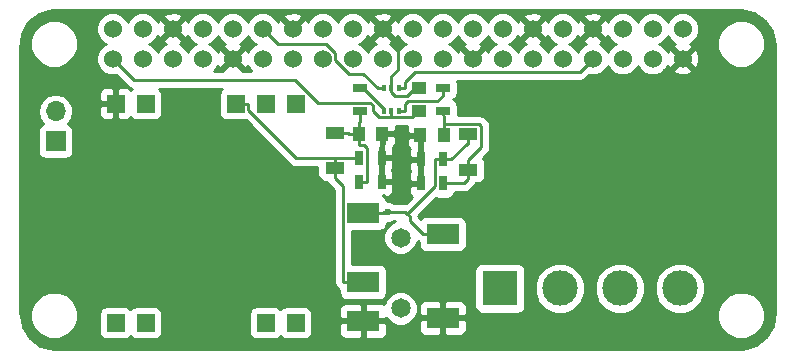
<source format=gtl>
G04 #@! TF.FileFunction,Copper,L1,Top,Signal*
%FSLAX46Y46*%
G04 Gerber Fmt 4.6, Leading zero omitted, Abs format (unit mm)*
G04 Created by KiCad (PCBNEW 4.0.7-e2-6376~58~ubuntu16.04.1) date Sun Dec 31 15:52:29 2017*
%MOMM*%
%LPD*%
G01*
G04 APERTURE LIST*
%ADD10C,0.100000*%
%ADD11C,3.000000*%
%ADD12R,3.000000X3.000000*%
%ADD13R,2.750000X1.800000*%
%ADD14C,1.650000*%
%ADD15C,1.524000*%
%ADD16R,1.250000X1.000000*%
%ADD17R,1.000000X1.250000*%
%ADD18R,1.600000X1.000000*%
%ADD19R,1.700000X1.700000*%
%ADD20O,1.700000X1.700000*%
%ADD21R,1.300000X0.700000*%
%ADD22R,0.700000X1.300000*%
%ADD23R,0.400000X0.500000*%
%ADD24R,1.524000X1.524000*%
%ADD25C,0.600000*%
%ADD26C,0.250000*%
%ADD27C,0.254000*%
G04 APERTURE END LIST*
D10*
D11*
X196875400Y-131191000D03*
X201955400Y-131191000D03*
D12*
X191795400Y-131191000D03*
D11*
X207035400Y-131191000D03*
D13*
X180213000Y-133940000D03*
X180213000Y-130640000D03*
X180213000Y-124790000D03*
X186963000Y-133690000D03*
X186963000Y-126590000D03*
D14*
X183388000Y-132890000D03*
X183388000Y-126890000D03*
D15*
X159004000Y-111760000D03*
X159004000Y-109220000D03*
X161544000Y-111760000D03*
X161544000Y-109220000D03*
X164084000Y-111760000D03*
X164084000Y-109220000D03*
X166624000Y-111760000D03*
X166624000Y-109220000D03*
X169164000Y-111760000D03*
X169164000Y-109220000D03*
X171704000Y-111760000D03*
X171704000Y-109220000D03*
X174244000Y-111760000D03*
X174244000Y-109220000D03*
X176784000Y-111760000D03*
X176784000Y-109220000D03*
X179324000Y-111760000D03*
X179324000Y-109220000D03*
X181864000Y-111760000D03*
X181864000Y-109220000D03*
X184404000Y-111760000D03*
X184404000Y-109220000D03*
X186944000Y-111760000D03*
X186944000Y-109220000D03*
X189484000Y-111760000D03*
X189484000Y-109220000D03*
X192024000Y-111760000D03*
X192024000Y-109220000D03*
X194564000Y-111760000D03*
X194564000Y-109220000D03*
X197104000Y-111760000D03*
X197104000Y-109220000D03*
X199644000Y-111760000D03*
X199644000Y-109220000D03*
X202184000Y-111760000D03*
X202184000Y-109220000D03*
X204724000Y-111760000D03*
X204724000Y-109220000D03*
X207264000Y-111760000D03*
X207264000Y-109220000D03*
D16*
X184912000Y-116189000D03*
X184912000Y-114189000D03*
D17*
X187055000Y-118237000D03*
X185055000Y-118237000D03*
X179848000Y-118110000D03*
X181848000Y-118110000D03*
D18*
X177800000Y-121007000D03*
X177800000Y-118007000D03*
X189103000Y-118134000D03*
X189103000Y-121134000D03*
D19*
X154178000Y-118745000D03*
D20*
X154178000Y-116205000D03*
D21*
X186944000Y-116139000D03*
X186944000Y-114239000D03*
X179959000Y-116139000D03*
X179959000Y-114239000D03*
D22*
X187005000Y-122301000D03*
X185105000Y-122301000D03*
X179898000Y-122174000D03*
X181798000Y-122174000D03*
X187005000Y-120269000D03*
X185105000Y-120269000D03*
X179898000Y-120142000D03*
X181798000Y-120142000D03*
D23*
X183261000Y-114236500D03*
X182613300Y-114236500D03*
X181965600Y-114236500D03*
X181965600Y-116141500D03*
X182613300Y-116141500D03*
X183261000Y-116141500D03*
D24*
X174498000Y-134112000D03*
X171958000Y-134112000D03*
X161798000Y-134112000D03*
X159258000Y-134112000D03*
X174498000Y-115570000D03*
X171958000Y-115570000D03*
X169418000Y-115570000D03*
X161798000Y-115570000D03*
X159258000Y-115570000D03*
D25*
X183515000Y-118338600D03*
X182292200Y-124737700D03*
D26*
X186944000Y-116139000D02*
X186944000Y-116476600D01*
X189103000Y-121134000D02*
X189103000Y-120308700D01*
X190228400Y-119183300D02*
X189103000Y-120308700D01*
X190228400Y-117464200D02*
X190228400Y-119183300D01*
X190043200Y-117279000D02*
X190228400Y-117464200D01*
X187055000Y-117279000D02*
X190043200Y-117279000D01*
X187055000Y-116587600D02*
X187055000Y-117279000D01*
X186944000Y-116476600D02*
X187055000Y-116587600D01*
X187055000Y-117279000D02*
X187055000Y-118237000D01*
X188761300Y-122301000D02*
X189103000Y-121959300D01*
X187005000Y-122301000D02*
X188761300Y-122301000D01*
X189103000Y-121134000D02*
X189103000Y-121959300D01*
X180301400Y-119060300D02*
X179848000Y-119060300D01*
X180573300Y-119332200D02*
X180301400Y-119060300D01*
X180573300Y-122174000D02*
X180573300Y-119332200D01*
X179898000Y-122174000D02*
X180573300Y-122174000D01*
X179848000Y-118110000D02*
X179848000Y-119060300D01*
X179959000Y-117048700D02*
X179848000Y-117159700D01*
X179959000Y-116139000D02*
X179959000Y-117048700D01*
X179848000Y-118110000D02*
X179848000Y-117159700D01*
X178925300Y-118012600D02*
X179022700Y-118110000D01*
X178925300Y-118007000D02*
X178925300Y-118012600D01*
X179848000Y-118110000D02*
X179022700Y-118110000D01*
X177800000Y-118007000D02*
X178925300Y-118007000D01*
X186494700Y-115363600D02*
X186944000Y-114914300D01*
X184038900Y-115363600D02*
X186494700Y-115363600D01*
X183786300Y-115616200D02*
X184038900Y-115363600D01*
X183786300Y-116141500D02*
X183786300Y-115616200D01*
X183261000Y-116141500D02*
X183786300Y-116141500D01*
X186944000Y-114239000D02*
X186944000Y-114914300D01*
X184384200Y-116716800D02*
X184912000Y-116189000D01*
X182613300Y-116716800D02*
X184384200Y-116716800D01*
X182613300Y-116141500D02*
X182613300Y-116604200D01*
X182613300Y-116604200D02*
X182613300Y-116716800D01*
X160783500Y-113539500D02*
X159004000Y-111760000D01*
X174485800Y-113539500D02*
X160783500Y-113539500D01*
X176409900Y-115463600D02*
X174485800Y-113539500D01*
X180807700Y-115463600D02*
X176409900Y-115463600D01*
X181030400Y-115686300D02*
X180807700Y-115463600D01*
X181030400Y-116152600D02*
X181030400Y-115686300D01*
X181594600Y-116716800D02*
X181030400Y-116152600D01*
X182613300Y-116716800D02*
X181594600Y-116716800D01*
X185055000Y-118237000D02*
X183616600Y-118237000D01*
X183616600Y-118237000D02*
X183515000Y-118338600D01*
X182613300Y-114236500D02*
X182613300Y-113195100D01*
X183134000Y-110490000D02*
X181864000Y-109220000D01*
X183134000Y-112674400D02*
X183134000Y-110490000D01*
X182613300Y-113195100D02*
X183134000Y-112674400D01*
X184912000Y-114189000D02*
X184642000Y-114189000D01*
X184642000Y-114189000D02*
X183896000Y-114935000D01*
X183896000Y-114935000D02*
X182956200Y-114935000D01*
X182613300Y-114236500D02*
X182613300Y-114592100D01*
X182613300Y-114592100D02*
X182956200Y-114935000D01*
X181925000Y-108838000D02*
X181885000Y-108798000D01*
X181925000Y-109761000D02*
X181925000Y-108838000D01*
X178512700Y-122545000D02*
X177800000Y-121832300D01*
X178512700Y-130640000D02*
X178512700Y-122545000D01*
X180213000Y-130640000D02*
X178512700Y-130640000D01*
X177800000Y-121007000D02*
X177800000Y-121832300D01*
X177800000Y-121007000D02*
X177800000Y-120181700D01*
X169418000Y-115570000D02*
X170505300Y-115570000D01*
X174573400Y-120181700D02*
X177800000Y-120181700D01*
X170505300Y-116113600D02*
X174573400Y-120181700D01*
X170505300Y-115570000D02*
X170505300Y-116113600D01*
X177839700Y-120142000D02*
X179898000Y-120142000D01*
X177800000Y-120181700D02*
X177839700Y-120142000D01*
X180213000Y-124790000D02*
X181913300Y-124790000D01*
X181965600Y-124737700D02*
X182292200Y-124737700D01*
X181913300Y-124790000D02*
X181965600Y-124737700D01*
X186963000Y-126590000D02*
X185262700Y-126590000D01*
X188990000Y-118959300D02*
X189103000Y-118959300D01*
X187680300Y-120269000D02*
X188990000Y-118959300D01*
X187005000Y-120269000D02*
X187680300Y-120269000D01*
X189103000Y-118134000D02*
X189103000Y-118959300D01*
X187005000Y-120269000D02*
X186329700Y-120269000D01*
X186329700Y-122559500D02*
X186329700Y-120269000D01*
X183966300Y-124922900D02*
X186329700Y-122559500D01*
X184151500Y-125108200D02*
X183966300Y-124922900D01*
X184151500Y-125478800D02*
X184151500Y-125108200D01*
X185262700Y-126590000D02*
X184151500Y-125478800D01*
X183781000Y-124737700D02*
X182292200Y-124737700D01*
X183966300Y-124922900D02*
X183781000Y-124737700D01*
X181966000Y-116142000D02*
X181966000Y-116063500D01*
X181966000Y-116063500D02*
X181966000Y-115985000D01*
X181965600Y-116063900D02*
X181965600Y-116141500D01*
X181966000Y-116063500D02*
X181965600Y-116063900D01*
X180220000Y-114239000D02*
X180089500Y-114239000D01*
X180089500Y-114239000D02*
X179959000Y-114239000D01*
X181966000Y-115985000D02*
X180220000Y-114239000D01*
X172974000Y-110490000D02*
X171704000Y-109220000D01*
X177083100Y-110490000D02*
X172974000Y-110490000D01*
X177871400Y-111278300D02*
X177083100Y-110490000D01*
X177871400Y-111891600D02*
X177871400Y-111278300D01*
X179002700Y-113022900D02*
X177871400Y-111891600D01*
X180226700Y-113022900D02*
X179002700Y-113022900D01*
X181440300Y-114236500D02*
X180226700Y-113022900D01*
X181965600Y-114236500D02*
X181440300Y-114236500D01*
X183786300Y-113711200D02*
X183786300Y-114236500D01*
X184650100Y-112847400D02*
X183786300Y-113711200D01*
X198556600Y-112847400D02*
X184650100Y-112847400D01*
X199644000Y-111760000D02*
X198556600Y-112847400D01*
X183261000Y-114236500D02*
X183786300Y-114236500D01*
D27*
G36*
X213338202Y-107888905D02*
X214248252Y-108515966D01*
X214849062Y-109443558D01*
X215063000Y-110605612D01*
X215063000Y-133201419D01*
X214904597Y-134393070D01*
X214349450Y-135351838D01*
X213469657Y-136025179D01*
X212352578Y-136323000D01*
X154006749Y-136323000D01*
X152873567Y-136055223D01*
X151976552Y-135408385D01*
X151395351Y-134467510D01*
X151299347Y-133875060D01*
X152040652Y-133875060D01*
X152346012Y-134614086D01*
X152910940Y-135180001D01*
X153649432Y-135486650D01*
X154449060Y-135487348D01*
X155188086Y-135181988D01*
X155754001Y-134617060D01*
X156060650Y-133878568D01*
X156061111Y-133350000D01*
X157848560Y-133350000D01*
X157848560Y-134874000D01*
X157892838Y-135109317D01*
X158031910Y-135325441D01*
X158244110Y-135470431D01*
X158496000Y-135521440D01*
X160020000Y-135521440D01*
X160255317Y-135477162D01*
X160471441Y-135338090D01*
X160527374Y-135256230D01*
X160571910Y-135325441D01*
X160784110Y-135470431D01*
X161036000Y-135521440D01*
X162560000Y-135521440D01*
X162795317Y-135477162D01*
X163011441Y-135338090D01*
X163156431Y-135125890D01*
X163207440Y-134874000D01*
X163207440Y-133350000D01*
X170548560Y-133350000D01*
X170548560Y-134874000D01*
X170592838Y-135109317D01*
X170731910Y-135325441D01*
X170944110Y-135470431D01*
X171196000Y-135521440D01*
X172720000Y-135521440D01*
X172955317Y-135477162D01*
X173171441Y-135338090D01*
X173227374Y-135256230D01*
X173271910Y-135325441D01*
X173484110Y-135470431D01*
X173736000Y-135521440D01*
X175260000Y-135521440D01*
X175495317Y-135477162D01*
X175711441Y-135338090D01*
X175856431Y-135125890D01*
X175907440Y-134874000D01*
X175907440Y-134225750D01*
X178203000Y-134225750D01*
X178203000Y-134966309D01*
X178299673Y-135199698D01*
X178478301Y-135378327D01*
X178711690Y-135475000D01*
X179927250Y-135475000D01*
X180086000Y-135316250D01*
X180086000Y-134067000D01*
X180340000Y-134067000D01*
X180340000Y-135316250D01*
X180498750Y-135475000D01*
X181714310Y-135475000D01*
X181947699Y-135378327D01*
X182126327Y-135199698D01*
X182223000Y-134966309D01*
X182223000Y-134225750D01*
X182064250Y-134067000D01*
X180340000Y-134067000D01*
X180086000Y-134067000D01*
X178361750Y-134067000D01*
X178203000Y-134225750D01*
X175907440Y-134225750D01*
X175907440Y-133350000D01*
X175863162Y-133114683D01*
X175733828Y-132913691D01*
X178203000Y-132913691D01*
X178203000Y-133654250D01*
X178361750Y-133813000D01*
X180086000Y-133813000D01*
X180086000Y-132563750D01*
X180340000Y-132563750D01*
X180340000Y-133813000D01*
X182064250Y-133813000D01*
X182155424Y-133721826D01*
X182559897Y-134127006D01*
X183096314Y-134349746D01*
X183677138Y-134350253D01*
X184213943Y-134128449D01*
X184366908Y-133975750D01*
X184953000Y-133975750D01*
X184953000Y-134716309D01*
X185049673Y-134949698D01*
X185228301Y-135128327D01*
X185461690Y-135225000D01*
X186677250Y-135225000D01*
X186836000Y-135066250D01*
X186836000Y-133817000D01*
X187090000Y-133817000D01*
X187090000Y-135066250D01*
X187248750Y-135225000D01*
X188464310Y-135225000D01*
X188697699Y-135128327D01*
X188876327Y-134949698D01*
X188973000Y-134716309D01*
X188973000Y-133975750D01*
X188872310Y-133875060D01*
X210206652Y-133875060D01*
X210512012Y-134614086D01*
X211076940Y-135180001D01*
X211815432Y-135486650D01*
X212615060Y-135487348D01*
X213354086Y-135181988D01*
X213920001Y-134617060D01*
X214226650Y-133878568D01*
X214227348Y-133078940D01*
X213921988Y-132339914D01*
X213357060Y-131773999D01*
X212618568Y-131467350D01*
X211818940Y-131466652D01*
X211079914Y-131772012D01*
X210513999Y-132336940D01*
X210207350Y-133075432D01*
X210206652Y-133875060D01*
X188872310Y-133875060D01*
X188814250Y-133817000D01*
X187090000Y-133817000D01*
X186836000Y-133817000D01*
X185111750Y-133817000D01*
X184953000Y-133975750D01*
X184366908Y-133975750D01*
X184625006Y-133718103D01*
X184847746Y-133181686D01*
X184848198Y-132663691D01*
X184953000Y-132663691D01*
X184953000Y-133404250D01*
X185111750Y-133563000D01*
X186836000Y-133563000D01*
X186836000Y-132313750D01*
X187090000Y-132313750D01*
X187090000Y-133563000D01*
X188814250Y-133563000D01*
X188973000Y-133404250D01*
X188973000Y-132663691D01*
X188876327Y-132430302D01*
X188697699Y-132251673D01*
X188464310Y-132155000D01*
X187248750Y-132155000D01*
X187090000Y-132313750D01*
X186836000Y-132313750D01*
X186677250Y-132155000D01*
X185461690Y-132155000D01*
X185228301Y-132251673D01*
X185049673Y-132430302D01*
X184953000Y-132663691D01*
X184848198Y-132663691D01*
X184848253Y-132600862D01*
X184626449Y-132064057D01*
X184216103Y-131652994D01*
X183679686Y-131430254D01*
X183098862Y-131429747D01*
X182562057Y-131651551D01*
X182150994Y-132061897D01*
X181962314Y-132516288D01*
X181947699Y-132501673D01*
X181714310Y-132405000D01*
X180498750Y-132405000D01*
X180340000Y-132563750D01*
X180086000Y-132563750D01*
X179927250Y-132405000D01*
X178711690Y-132405000D01*
X178478301Y-132501673D01*
X178299673Y-132680302D01*
X178203000Y-132913691D01*
X175733828Y-132913691D01*
X175724090Y-132898559D01*
X175511890Y-132753569D01*
X175260000Y-132702560D01*
X173736000Y-132702560D01*
X173500683Y-132746838D01*
X173284559Y-132885910D01*
X173228626Y-132967770D01*
X173184090Y-132898559D01*
X172971890Y-132753569D01*
X172720000Y-132702560D01*
X171196000Y-132702560D01*
X170960683Y-132746838D01*
X170744559Y-132885910D01*
X170599569Y-133098110D01*
X170548560Y-133350000D01*
X163207440Y-133350000D01*
X163163162Y-133114683D01*
X163024090Y-132898559D01*
X162811890Y-132753569D01*
X162560000Y-132702560D01*
X161036000Y-132702560D01*
X160800683Y-132746838D01*
X160584559Y-132885910D01*
X160528626Y-132967770D01*
X160484090Y-132898559D01*
X160271890Y-132753569D01*
X160020000Y-132702560D01*
X158496000Y-132702560D01*
X158260683Y-132746838D01*
X158044559Y-132885910D01*
X157899569Y-133098110D01*
X157848560Y-133350000D01*
X156061111Y-133350000D01*
X156061348Y-133078940D01*
X155755988Y-132339914D01*
X155191060Y-131773999D01*
X154452568Y-131467350D01*
X153652940Y-131466652D01*
X152913914Y-131772012D01*
X152347999Y-132336940D01*
X152041350Y-133075432D01*
X152040652Y-133875060D01*
X151299347Y-133875060D01*
X151205000Y-133292844D01*
X151205000Y-116205000D01*
X152663907Y-116205000D01*
X152776946Y-116773285D01*
X153098853Y-117255054D01*
X153140452Y-117282850D01*
X153092683Y-117291838D01*
X152876559Y-117430910D01*
X152731569Y-117643110D01*
X152680560Y-117895000D01*
X152680560Y-119595000D01*
X152724838Y-119830317D01*
X152863910Y-120046441D01*
X153076110Y-120191431D01*
X153328000Y-120242440D01*
X155028000Y-120242440D01*
X155263317Y-120198162D01*
X155479441Y-120059090D01*
X155624431Y-119846890D01*
X155675440Y-119595000D01*
X155675440Y-117895000D01*
X155631162Y-117659683D01*
X155492090Y-117443559D01*
X155279890Y-117298569D01*
X155212459Y-117284914D01*
X155257147Y-117255054D01*
X155579054Y-116773285D01*
X155692093Y-116205000D01*
X155622623Y-115855750D01*
X157861000Y-115855750D01*
X157861000Y-116458310D01*
X157957673Y-116691699D01*
X158136302Y-116870327D01*
X158369691Y-116967000D01*
X158972250Y-116967000D01*
X159131000Y-116808250D01*
X159131000Y-115697000D01*
X158019750Y-115697000D01*
X157861000Y-115855750D01*
X155622623Y-115855750D01*
X155579054Y-115636715D01*
X155257147Y-115154946D01*
X154775378Y-114833039D01*
X154207093Y-114720000D01*
X154148907Y-114720000D01*
X153580622Y-114833039D01*
X153098853Y-115154946D01*
X152776946Y-115636715D01*
X152663907Y-116205000D01*
X151205000Y-116205000D01*
X151205000Y-114681690D01*
X157861000Y-114681690D01*
X157861000Y-115284250D01*
X158019750Y-115443000D01*
X159131000Y-115443000D01*
X159131000Y-114331750D01*
X158972250Y-114173000D01*
X158369691Y-114173000D01*
X158136302Y-114269673D01*
X157957673Y-114448301D01*
X157861000Y-114681690D01*
X151205000Y-114681690D01*
X151205000Y-110888060D01*
X152040652Y-110888060D01*
X152346012Y-111627086D01*
X152910940Y-112193001D01*
X153649432Y-112499650D01*
X154449060Y-112500348D01*
X155188086Y-112194988D01*
X155754001Y-111630060D01*
X156060650Y-110891568D01*
X156061348Y-110091940D01*
X155815384Y-109496661D01*
X157606758Y-109496661D01*
X157818990Y-110010303D01*
X158211630Y-110403629D01*
X158419512Y-110489949D01*
X158213697Y-110574990D01*
X157820371Y-110967630D01*
X157607243Y-111480900D01*
X157606758Y-112036661D01*
X157818990Y-112550303D01*
X158211630Y-112943629D01*
X158724900Y-113156757D01*
X159280661Y-113157242D01*
X159313055Y-113143857D01*
X160246099Y-114076901D01*
X160492661Y-114241648D01*
X160684253Y-114279758D01*
X160584559Y-114343910D01*
X160531537Y-114421511D01*
X160379698Y-114269673D01*
X160146309Y-114173000D01*
X159543750Y-114173000D01*
X159385000Y-114331750D01*
X159385000Y-115443000D01*
X159405000Y-115443000D01*
X159405000Y-115697000D01*
X159385000Y-115697000D01*
X159385000Y-116808250D01*
X159543750Y-116967000D01*
X160146309Y-116967000D01*
X160379698Y-116870327D01*
X160530671Y-116719354D01*
X160571910Y-116783441D01*
X160784110Y-116928431D01*
X161036000Y-116979440D01*
X162560000Y-116979440D01*
X162795317Y-116935162D01*
X163011441Y-116796090D01*
X163156431Y-116583890D01*
X163207440Y-116332000D01*
X163207440Y-114808000D01*
X163163162Y-114572683D01*
X163024090Y-114356559D01*
X162940581Y-114299500D01*
X168273574Y-114299500D01*
X168204559Y-114343910D01*
X168059569Y-114556110D01*
X168008560Y-114808000D01*
X168008560Y-116332000D01*
X168052838Y-116567317D01*
X168191910Y-116783441D01*
X168404110Y-116928431D01*
X168656000Y-116979440D01*
X170180000Y-116979440D01*
X170277914Y-116961016D01*
X174035999Y-120719101D01*
X174282560Y-120883848D01*
X174573400Y-120941700D01*
X176352560Y-120941700D01*
X176352560Y-121507000D01*
X176396838Y-121742317D01*
X176535910Y-121958441D01*
X176748110Y-122103431D01*
X177000000Y-122154440D01*
X177118767Y-122154440D01*
X177262599Y-122369701D01*
X177752700Y-122859802D01*
X177752700Y-130640000D01*
X177810552Y-130930839D01*
X177975299Y-131177401D01*
X178190560Y-131321233D01*
X178190560Y-131540000D01*
X178234838Y-131775317D01*
X178373910Y-131991441D01*
X178586110Y-132136431D01*
X178838000Y-132187440D01*
X181588000Y-132187440D01*
X181823317Y-132143162D01*
X182039441Y-132004090D01*
X182184431Y-131791890D01*
X182235440Y-131540000D01*
X182235440Y-129740000D01*
X182226221Y-129691000D01*
X189647960Y-129691000D01*
X189647960Y-132691000D01*
X189692238Y-132926317D01*
X189831310Y-133142441D01*
X190043510Y-133287431D01*
X190295400Y-133338440D01*
X193295400Y-133338440D01*
X193530717Y-133294162D01*
X193746841Y-133155090D01*
X193891831Y-132942890D01*
X193942840Y-132691000D01*
X193942840Y-131613815D01*
X194740030Y-131613815D01*
X195064380Y-132398800D01*
X195664441Y-132999909D01*
X196448859Y-133325628D01*
X197298215Y-133326370D01*
X198083200Y-133002020D01*
X198684309Y-132401959D01*
X199010028Y-131617541D01*
X199010031Y-131613815D01*
X199820030Y-131613815D01*
X200144380Y-132398800D01*
X200744441Y-132999909D01*
X201528859Y-133325628D01*
X202378215Y-133326370D01*
X203163200Y-133002020D01*
X203764309Y-132401959D01*
X204090028Y-131617541D01*
X204090031Y-131613815D01*
X204900030Y-131613815D01*
X205224380Y-132398800D01*
X205824441Y-132999909D01*
X206608859Y-133325628D01*
X207458215Y-133326370D01*
X208243200Y-133002020D01*
X208844309Y-132401959D01*
X209170028Y-131617541D01*
X209170770Y-130768185D01*
X208846420Y-129983200D01*
X208246359Y-129382091D01*
X207461941Y-129056372D01*
X206612585Y-129055630D01*
X205827600Y-129379980D01*
X205226491Y-129980041D01*
X204900772Y-130764459D01*
X204900030Y-131613815D01*
X204090031Y-131613815D01*
X204090770Y-130768185D01*
X203766420Y-129983200D01*
X203166359Y-129382091D01*
X202381941Y-129056372D01*
X201532585Y-129055630D01*
X200747600Y-129379980D01*
X200146491Y-129980041D01*
X199820772Y-130764459D01*
X199820030Y-131613815D01*
X199010031Y-131613815D01*
X199010770Y-130768185D01*
X198686420Y-129983200D01*
X198086359Y-129382091D01*
X197301941Y-129056372D01*
X196452585Y-129055630D01*
X195667600Y-129379980D01*
X195066491Y-129980041D01*
X194740772Y-130764459D01*
X194740030Y-131613815D01*
X193942840Y-131613815D01*
X193942840Y-129691000D01*
X193898562Y-129455683D01*
X193759490Y-129239559D01*
X193547290Y-129094569D01*
X193295400Y-129043560D01*
X190295400Y-129043560D01*
X190060083Y-129087838D01*
X189843959Y-129226910D01*
X189698969Y-129439110D01*
X189647960Y-129691000D01*
X182226221Y-129691000D01*
X182191162Y-129504683D01*
X182052090Y-129288559D01*
X181839890Y-129143569D01*
X181588000Y-129092560D01*
X179272700Y-129092560D01*
X179272700Y-126337440D01*
X181588000Y-126337440D01*
X181823317Y-126293162D01*
X182039441Y-126154090D01*
X182184431Y-125941890D01*
X182235440Y-125690000D01*
X182235440Y-125672651D01*
X182477367Y-125672862D01*
X182821143Y-125530817D01*
X182854318Y-125497700D01*
X182934404Y-125497700D01*
X182562057Y-125651551D01*
X182150994Y-126061897D01*
X181928254Y-126598314D01*
X181927747Y-127179138D01*
X182149551Y-127715943D01*
X182559897Y-128127006D01*
X183096314Y-128349746D01*
X183677138Y-128350253D01*
X184213943Y-128128449D01*
X184625006Y-127718103D01*
X184838797Y-127203238D01*
X184940560Y-127271233D01*
X184940560Y-127490000D01*
X184984838Y-127725317D01*
X185123910Y-127941441D01*
X185336110Y-128086431D01*
X185588000Y-128137440D01*
X188338000Y-128137440D01*
X188573317Y-128093162D01*
X188789441Y-127954090D01*
X188934431Y-127741890D01*
X188985440Y-127490000D01*
X188985440Y-125690000D01*
X188941162Y-125454683D01*
X188802090Y-125238559D01*
X188589890Y-125093569D01*
X188338000Y-125042560D01*
X185588000Y-125042560D01*
X185352683Y-125086838D01*
X185136559Y-125225910D01*
X185070335Y-125322833D01*
X184911500Y-125163998D01*
X184911500Y-125108200D01*
X184902259Y-125061743D01*
X186414304Y-123549698D01*
X186655000Y-123598440D01*
X187355000Y-123598440D01*
X187590317Y-123554162D01*
X187806441Y-123415090D01*
X187951431Y-123202890D01*
X187980164Y-123061000D01*
X188761300Y-123061000D01*
X189052139Y-123003148D01*
X189298701Y-122838401D01*
X189640401Y-122496701D01*
X189784233Y-122281440D01*
X189903000Y-122281440D01*
X190138317Y-122237162D01*
X190354441Y-122098090D01*
X190499431Y-121885890D01*
X190550440Y-121634000D01*
X190550440Y-120634000D01*
X190506162Y-120398683D01*
X190367090Y-120182559D01*
X190329576Y-120156926D01*
X190765801Y-119720701D01*
X190930548Y-119474139D01*
X190988400Y-119183300D01*
X190988400Y-117464200D01*
X190957001Y-117306348D01*
X190930548Y-117173360D01*
X190765801Y-116926799D01*
X190580601Y-116741599D01*
X190334039Y-116576852D01*
X190043200Y-116519000D01*
X188235365Y-116519000D01*
X188241440Y-116489000D01*
X188241440Y-115789000D01*
X188197162Y-115553683D01*
X188058090Y-115337559D01*
X187845890Y-115192569D01*
X187832803Y-115189919D01*
X188045441Y-115053090D01*
X188190431Y-114840890D01*
X188241440Y-114589000D01*
X188241440Y-113889000D01*
X188197162Y-113653683D01*
X188167380Y-113607400D01*
X198556600Y-113607400D01*
X198847439Y-113549548D01*
X199094001Y-113384801D01*
X199334619Y-113144183D01*
X199364900Y-113156757D01*
X199920661Y-113157242D01*
X200434303Y-112945010D01*
X200827629Y-112552370D01*
X200913949Y-112344488D01*
X200998990Y-112550303D01*
X201391630Y-112943629D01*
X201904900Y-113156757D01*
X202460661Y-113157242D01*
X202974303Y-112945010D01*
X203367629Y-112552370D01*
X203453949Y-112344488D01*
X203538990Y-112550303D01*
X203931630Y-112943629D01*
X204444900Y-113156757D01*
X205000661Y-113157242D01*
X205514303Y-112945010D01*
X205719457Y-112740213D01*
X206463392Y-112740213D01*
X206532857Y-112982397D01*
X207056302Y-113169144D01*
X207611368Y-113141362D01*
X207995143Y-112982397D01*
X208064608Y-112740213D01*
X207264000Y-111939605D01*
X206463392Y-112740213D01*
X205719457Y-112740213D01*
X205907629Y-112552370D01*
X205987395Y-112360273D01*
X206041603Y-112491143D01*
X206283787Y-112560608D01*
X207084395Y-111760000D01*
X207443605Y-111760000D01*
X208244213Y-112560608D01*
X208486397Y-112491143D01*
X208673144Y-111967698D01*
X208645362Y-111412632D01*
X208486397Y-111028857D01*
X208244213Y-110959392D01*
X207443605Y-111760000D01*
X207084395Y-111760000D01*
X206283787Y-110959392D01*
X206041603Y-111028857D01*
X205991491Y-111169318D01*
X205909010Y-110969697D01*
X205516370Y-110576371D01*
X205308488Y-110490051D01*
X205514303Y-110405010D01*
X205907629Y-110012370D01*
X205993949Y-109804488D01*
X206078990Y-110010303D01*
X206471630Y-110403629D01*
X206663727Y-110483395D01*
X206532857Y-110537603D01*
X206463392Y-110779787D01*
X207264000Y-111580395D01*
X207956335Y-110888060D01*
X210206652Y-110888060D01*
X210512012Y-111627086D01*
X211076940Y-112193001D01*
X211815432Y-112499650D01*
X212615060Y-112500348D01*
X213354086Y-112194988D01*
X213920001Y-111630060D01*
X214226650Y-110891568D01*
X214227348Y-110091940D01*
X213921988Y-109352914D01*
X213357060Y-108786999D01*
X212618568Y-108480350D01*
X211818940Y-108479652D01*
X211079914Y-108785012D01*
X210513999Y-109349940D01*
X210207350Y-110088432D01*
X210206652Y-110888060D01*
X207956335Y-110888060D01*
X208064608Y-110779787D01*
X207995143Y-110537603D01*
X207854682Y-110487491D01*
X208054303Y-110405010D01*
X208447629Y-110012370D01*
X208660757Y-109499100D01*
X208661242Y-108943339D01*
X208449010Y-108429697D01*
X208056370Y-108036371D01*
X207543100Y-107823243D01*
X206987339Y-107822758D01*
X206473697Y-108034990D01*
X206080371Y-108427630D01*
X205994051Y-108635512D01*
X205909010Y-108429697D01*
X205516370Y-108036371D01*
X205003100Y-107823243D01*
X204447339Y-107822758D01*
X203933697Y-108034990D01*
X203540371Y-108427630D01*
X203454051Y-108635512D01*
X203369010Y-108429697D01*
X202976370Y-108036371D01*
X202463100Y-107823243D01*
X201907339Y-107822758D01*
X201393697Y-108034990D01*
X201000371Y-108427630D01*
X200920605Y-108619727D01*
X200866397Y-108488857D01*
X200624213Y-108419392D01*
X199823605Y-109220000D01*
X200624213Y-110020608D01*
X200866397Y-109951143D01*
X200916509Y-109810682D01*
X200998990Y-110010303D01*
X201391630Y-110403629D01*
X201599512Y-110489949D01*
X201393697Y-110574990D01*
X201000371Y-110967630D01*
X200914051Y-111175512D01*
X200829010Y-110969697D01*
X200436370Y-110576371D01*
X200244273Y-110496605D01*
X200375143Y-110442397D01*
X200444608Y-110200213D01*
X199644000Y-109399605D01*
X198843392Y-110200213D01*
X198912857Y-110442397D01*
X199053318Y-110492509D01*
X198853697Y-110574990D01*
X198460371Y-110967630D01*
X198374051Y-111175512D01*
X198289010Y-110969697D01*
X197896370Y-110576371D01*
X197688488Y-110490051D01*
X197894303Y-110405010D01*
X198287629Y-110012370D01*
X198367395Y-109820273D01*
X198421603Y-109951143D01*
X198663787Y-110020608D01*
X199464395Y-109220000D01*
X198663787Y-108419392D01*
X198421603Y-108488857D01*
X198371491Y-108629318D01*
X198289010Y-108429697D01*
X198099432Y-108239787D01*
X198843392Y-108239787D01*
X199644000Y-109040395D01*
X200444608Y-108239787D01*
X200375143Y-107997603D01*
X199851698Y-107810856D01*
X199296632Y-107838638D01*
X198912857Y-107997603D01*
X198843392Y-108239787D01*
X198099432Y-108239787D01*
X197896370Y-108036371D01*
X197383100Y-107823243D01*
X196827339Y-107822758D01*
X196313697Y-108034990D01*
X195920371Y-108427630D01*
X195840605Y-108619727D01*
X195786397Y-108488857D01*
X195544213Y-108419392D01*
X194743605Y-109220000D01*
X195544213Y-110020608D01*
X195786397Y-109951143D01*
X195836509Y-109810682D01*
X195918990Y-110010303D01*
X196311630Y-110403629D01*
X196519512Y-110489949D01*
X196313697Y-110574990D01*
X195920371Y-110967630D01*
X195834051Y-111175512D01*
X195749010Y-110969697D01*
X195356370Y-110576371D01*
X195164273Y-110496605D01*
X195295143Y-110442397D01*
X195364608Y-110200213D01*
X194564000Y-109399605D01*
X193763392Y-110200213D01*
X193832857Y-110442397D01*
X193973318Y-110492509D01*
X193773697Y-110574990D01*
X193380371Y-110967630D01*
X193294051Y-111175512D01*
X193209010Y-110969697D01*
X192816370Y-110576371D01*
X192608488Y-110490051D01*
X192814303Y-110405010D01*
X193207629Y-110012370D01*
X193287395Y-109820273D01*
X193341603Y-109951143D01*
X193583787Y-110020608D01*
X194384395Y-109220000D01*
X193583787Y-108419392D01*
X193341603Y-108488857D01*
X193291491Y-108629318D01*
X193209010Y-108429697D01*
X193019432Y-108239787D01*
X193763392Y-108239787D01*
X194564000Y-109040395D01*
X195364608Y-108239787D01*
X195295143Y-107997603D01*
X194771698Y-107810856D01*
X194216632Y-107838638D01*
X193832857Y-107997603D01*
X193763392Y-108239787D01*
X193019432Y-108239787D01*
X192816370Y-108036371D01*
X192303100Y-107823243D01*
X191747339Y-107822758D01*
X191233697Y-108034990D01*
X190840371Y-108427630D01*
X190754051Y-108635512D01*
X190669010Y-108429697D01*
X190276370Y-108036371D01*
X189763100Y-107823243D01*
X189207339Y-107822758D01*
X188693697Y-108034990D01*
X188300371Y-108427630D01*
X188214051Y-108635512D01*
X188129010Y-108429697D01*
X187736370Y-108036371D01*
X187223100Y-107823243D01*
X186667339Y-107822758D01*
X186153697Y-108034990D01*
X185760371Y-108427630D01*
X185674051Y-108635512D01*
X185589010Y-108429697D01*
X185196370Y-108036371D01*
X184683100Y-107823243D01*
X184127339Y-107822758D01*
X183613697Y-108034990D01*
X183220371Y-108427630D01*
X183140605Y-108619727D01*
X183086397Y-108488857D01*
X182844213Y-108419392D01*
X182043605Y-109220000D01*
X182844213Y-110020608D01*
X183086397Y-109951143D01*
X183136509Y-109810682D01*
X183218990Y-110010303D01*
X183611630Y-110403629D01*
X183819512Y-110489949D01*
X183613697Y-110574990D01*
X183220371Y-110967630D01*
X183134051Y-111175512D01*
X183049010Y-110969697D01*
X182656370Y-110576371D01*
X182464273Y-110496605D01*
X182595143Y-110442397D01*
X182664608Y-110200213D01*
X181864000Y-109399605D01*
X181063392Y-110200213D01*
X181132857Y-110442397D01*
X181273318Y-110492509D01*
X181073697Y-110574990D01*
X180680371Y-110967630D01*
X180594051Y-111175512D01*
X180509010Y-110969697D01*
X180116370Y-110576371D01*
X179908488Y-110490051D01*
X180114303Y-110405010D01*
X180507629Y-110012370D01*
X180587395Y-109820273D01*
X180641603Y-109951143D01*
X180883787Y-110020608D01*
X181684395Y-109220000D01*
X180883787Y-108419392D01*
X180641603Y-108488857D01*
X180591491Y-108629318D01*
X180509010Y-108429697D01*
X180319432Y-108239787D01*
X181063392Y-108239787D01*
X181864000Y-109040395D01*
X182664608Y-108239787D01*
X182595143Y-107997603D01*
X182071698Y-107810856D01*
X181516632Y-107838638D01*
X181132857Y-107997603D01*
X181063392Y-108239787D01*
X180319432Y-108239787D01*
X180116370Y-108036371D01*
X179603100Y-107823243D01*
X179047339Y-107822758D01*
X178533697Y-108034990D01*
X178140371Y-108427630D01*
X178054051Y-108635512D01*
X177969010Y-108429697D01*
X177576370Y-108036371D01*
X177063100Y-107823243D01*
X176507339Y-107822758D01*
X175993697Y-108034990D01*
X175600371Y-108427630D01*
X175520605Y-108619727D01*
X175466397Y-108488857D01*
X175224213Y-108419392D01*
X174423605Y-109220000D01*
X174437748Y-109234143D01*
X174258143Y-109413748D01*
X174244000Y-109399605D01*
X174229858Y-109413748D01*
X174050253Y-109234143D01*
X174064395Y-109220000D01*
X173263787Y-108419392D01*
X173021603Y-108488857D01*
X172971491Y-108629318D01*
X172889010Y-108429697D01*
X172699432Y-108239787D01*
X173443392Y-108239787D01*
X174244000Y-109040395D01*
X175044608Y-108239787D01*
X174975143Y-107997603D01*
X174451698Y-107810856D01*
X173896632Y-107838638D01*
X173512857Y-107997603D01*
X173443392Y-108239787D01*
X172699432Y-108239787D01*
X172496370Y-108036371D01*
X171983100Y-107823243D01*
X171427339Y-107822758D01*
X170913697Y-108034990D01*
X170520371Y-108427630D01*
X170434051Y-108635512D01*
X170349010Y-108429697D01*
X169956370Y-108036371D01*
X169443100Y-107823243D01*
X168887339Y-107822758D01*
X168373697Y-108034990D01*
X167980371Y-108427630D01*
X167894051Y-108635512D01*
X167809010Y-108429697D01*
X167416370Y-108036371D01*
X166903100Y-107823243D01*
X166347339Y-107822758D01*
X165833697Y-108034990D01*
X165440371Y-108427630D01*
X165360605Y-108619727D01*
X165306397Y-108488857D01*
X165064213Y-108419392D01*
X164263605Y-109220000D01*
X165064213Y-110020608D01*
X165306397Y-109951143D01*
X165356509Y-109810682D01*
X165438990Y-110010303D01*
X165831630Y-110403629D01*
X166039512Y-110489949D01*
X165833697Y-110574990D01*
X165440371Y-110967630D01*
X165354051Y-111175512D01*
X165269010Y-110969697D01*
X164876370Y-110576371D01*
X164684273Y-110496605D01*
X164815143Y-110442397D01*
X164884608Y-110200213D01*
X164084000Y-109399605D01*
X163283392Y-110200213D01*
X163352857Y-110442397D01*
X163493318Y-110492509D01*
X163293697Y-110574990D01*
X162900371Y-110967630D01*
X162814051Y-111175512D01*
X162729010Y-110969697D01*
X162336370Y-110576371D01*
X162128488Y-110490051D01*
X162334303Y-110405010D01*
X162727629Y-110012370D01*
X162807395Y-109820273D01*
X162861603Y-109951143D01*
X163103787Y-110020608D01*
X163904395Y-109220000D01*
X163103787Y-108419392D01*
X162861603Y-108488857D01*
X162811491Y-108629318D01*
X162729010Y-108429697D01*
X162539432Y-108239787D01*
X163283392Y-108239787D01*
X164084000Y-109040395D01*
X164884608Y-108239787D01*
X164815143Y-107997603D01*
X164291698Y-107810856D01*
X163736632Y-107838638D01*
X163352857Y-107997603D01*
X163283392Y-108239787D01*
X162539432Y-108239787D01*
X162336370Y-108036371D01*
X161823100Y-107823243D01*
X161267339Y-107822758D01*
X160753697Y-108034990D01*
X160360371Y-108427630D01*
X160274051Y-108635512D01*
X160189010Y-108429697D01*
X159796370Y-108036371D01*
X159283100Y-107823243D01*
X158727339Y-107822758D01*
X158213697Y-108034990D01*
X157820371Y-108427630D01*
X157607243Y-108940900D01*
X157606758Y-109496661D01*
X155815384Y-109496661D01*
X155755988Y-109352914D01*
X155191060Y-108786999D01*
X154452568Y-108480350D01*
X153652940Y-108479652D01*
X152913914Y-108785012D01*
X152347999Y-109349940D01*
X152041350Y-110088432D01*
X152040652Y-110888060D01*
X151205000Y-110888060D01*
X151205000Y-110834192D01*
X151339063Y-109629676D01*
X151874728Y-108657351D01*
X152741713Y-107964029D01*
X153846925Y-107644000D01*
X212192747Y-107644000D01*
X213338202Y-107888905D01*
X213338202Y-107888905D01*
G37*
X213338202Y-107888905D02*
X214248252Y-108515966D01*
X214849062Y-109443558D01*
X215063000Y-110605612D01*
X215063000Y-133201419D01*
X214904597Y-134393070D01*
X214349450Y-135351838D01*
X213469657Y-136025179D01*
X212352578Y-136323000D01*
X154006749Y-136323000D01*
X152873567Y-136055223D01*
X151976552Y-135408385D01*
X151395351Y-134467510D01*
X151299347Y-133875060D01*
X152040652Y-133875060D01*
X152346012Y-134614086D01*
X152910940Y-135180001D01*
X153649432Y-135486650D01*
X154449060Y-135487348D01*
X155188086Y-135181988D01*
X155754001Y-134617060D01*
X156060650Y-133878568D01*
X156061111Y-133350000D01*
X157848560Y-133350000D01*
X157848560Y-134874000D01*
X157892838Y-135109317D01*
X158031910Y-135325441D01*
X158244110Y-135470431D01*
X158496000Y-135521440D01*
X160020000Y-135521440D01*
X160255317Y-135477162D01*
X160471441Y-135338090D01*
X160527374Y-135256230D01*
X160571910Y-135325441D01*
X160784110Y-135470431D01*
X161036000Y-135521440D01*
X162560000Y-135521440D01*
X162795317Y-135477162D01*
X163011441Y-135338090D01*
X163156431Y-135125890D01*
X163207440Y-134874000D01*
X163207440Y-133350000D01*
X170548560Y-133350000D01*
X170548560Y-134874000D01*
X170592838Y-135109317D01*
X170731910Y-135325441D01*
X170944110Y-135470431D01*
X171196000Y-135521440D01*
X172720000Y-135521440D01*
X172955317Y-135477162D01*
X173171441Y-135338090D01*
X173227374Y-135256230D01*
X173271910Y-135325441D01*
X173484110Y-135470431D01*
X173736000Y-135521440D01*
X175260000Y-135521440D01*
X175495317Y-135477162D01*
X175711441Y-135338090D01*
X175856431Y-135125890D01*
X175907440Y-134874000D01*
X175907440Y-134225750D01*
X178203000Y-134225750D01*
X178203000Y-134966309D01*
X178299673Y-135199698D01*
X178478301Y-135378327D01*
X178711690Y-135475000D01*
X179927250Y-135475000D01*
X180086000Y-135316250D01*
X180086000Y-134067000D01*
X180340000Y-134067000D01*
X180340000Y-135316250D01*
X180498750Y-135475000D01*
X181714310Y-135475000D01*
X181947699Y-135378327D01*
X182126327Y-135199698D01*
X182223000Y-134966309D01*
X182223000Y-134225750D01*
X182064250Y-134067000D01*
X180340000Y-134067000D01*
X180086000Y-134067000D01*
X178361750Y-134067000D01*
X178203000Y-134225750D01*
X175907440Y-134225750D01*
X175907440Y-133350000D01*
X175863162Y-133114683D01*
X175733828Y-132913691D01*
X178203000Y-132913691D01*
X178203000Y-133654250D01*
X178361750Y-133813000D01*
X180086000Y-133813000D01*
X180086000Y-132563750D01*
X180340000Y-132563750D01*
X180340000Y-133813000D01*
X182064250Y-133813000D01*
X182155424Y-133721826D01*
X182559897Y-134127006D01*
X183096314Y-134349746D01*
X183677138Y-134350253D01*
X184213943Y-134128449D01*
X184366908Y-133975750D01*
X184953000Y-133975750D01*
X184953000Y-134716309D01*
X185049673Y-134949698D01*
X185228301Y-135128327D01*
X185461690Y-135225000D01*
X186677250Y-135225000D01*
X186836000Y-135066250D01*
X186836000Y-133817000D01*
X187090000Y-133817000D01*
X187090000Y-135066250D01*
X187248750Y-135225000D01*
X188464310Y-135225000D01*
X188697699Y-135128327D01*
X188876327Y-134949698D01*
X188973000Y-134716309D01*
X188973000Y-133975750D01*
X188872310Y-133875060D01*
X210206652Y-133875060D01*
X210512012Y-134614086D01*
X211076940Y-135180001D01*
X211815432Y-135486650D01*
X212615060Y-135487348D01*
X213354086Y-135181988D01*
X213920001Y-134617060D01*
X214226650Y-133878568D01*
X214227348Y-133078940D01*
X213921988Y-132339914D01*
X213357060Y-131773999D01*
X212618568Y-131467350D01*
X211818940Y-131466652D01*
X211079914Y-131772012D01*
X210513999Y-132336940D01*
X210207350Y-133075432D01*
X210206652Y-133875060D01*
X188872310Y-133875060D01*
X188814250Y-133817000D01*
X187090000Y-133817000D01*
X186836000Y-133817000D01*
X185111750Y-133817000D01*
X184953000Y-133975750D01*
X184366908Y-133975750D01*
X184625006Y-133718103D01*
X184847746Y-133181686D01*
X184848198Y-132663691D01*
X184953000Y-132663691D01*
X184953000Y-133404250D01*
X185111750Y-133563000D01*
X186836000Y-133563000D01*
X186836000Y-132313750D01*
X187090000Y-132313750D01*
X187090000Y-133563000D01*
X188814250Y-133563000D01*
X188973000Y-133404250D01*
X188973000Y-132663691D01*
X188876327Y-132430302D01*
X188697699Y-132251673D01*
X188464310Y-132155000D01*
X187248750Y-132155000D01*
X187090000Y-132313750D01*
X186836000Y-132313750D01*
X186677250Y-132155000D01*
X185461690Y-132155000D01*
X185228301Y-132251673D01*
X185049673Y-132430302D01*
X184953000Y-132663691D01*
X184848198Y-132663691D01*
X184848253Y-132600862D01*
X184626449Y-132064057D01*
X184216103Y-131652994D01*
X183679686Y-131430254D01*
X183098862Y-131429747D01*
X182562057Y-131651551D01*
X182150994Y-132061897D01*
X181962314Y-132516288D01*
X181947699Y-132501673D01*
X181714310Y-132405000D01*
X180498750Y-132405000D01*
X180340000Y-132563750D01*
X180086000Y-132563750D01*
X179927250Y-132405000D01*
X178711690Y-132405000D01*
X178478301Y-132501673D01*
X178299673Y-132680302D01*
X178203000Y-132913691D01*
X175733828Y-132913691D01*
X175724090Y-132898559D01*
X175511890Y-132753569D01*
X175260000Y-132702560D01*
X173736000Y-132702560D01*
X173500683Y-132746838D01*
X173284559Y-132885910D01*
X173228626Y-132967770D01*
X173184090Y-132898559D01*
X172971890Y-132753569D01*
X172720000Y-132702560D01*
X171196000Y-132702560D01*
X170960683Y-132746838D01*
X170744559Y-132885910D01*
X170599569Y-133098110D01*
X170548560Y-133350000D01*
X163207440Y-133350000D01*
X163163162Y-133114683D01*
X163024090Y-132898559D01*
X162811890Y-132753569D01*
X162560000Y-132702560D01*
X161036000Y-132702560D01*
X160800683Y-132746838D01*
X160584559Y-132885910D01*
X160528626Y-132967770D01*
X160484090Y-132898559D01*
X160271890Y-132753569D01*
X160020000Y-132702560D01*
X158496000Y-132702560D01*
X158260683Y-132746838D01*
X158044559Y-132885910D01*
X157899569Y-133098110D01*
X157848560Y-133350000D01*
X156061111Y-133350000D01*
X156061348Y-133078940D01*
X155755988Y-132339914D01*
X155191060Y-131773999D01*
X154452568Y-131467350D01*
X153652940Y-131466652D01*
X152913914Y-131772012D01*
X152347999Y-132336940D01*
X152041350Y-133075432D01*
X152040652Y-133875060D01*
X151299347Y-133875060D01*
X151205000Y-133292844D01*
X151205000Y-116205000D01*
X152663907Y-116205000D01*
X152776946Y-116773285D01*
X153098853Y-117255054D01*
X153140452Y-117282850D01*
X153092683Y-117291838D01*
X152876559Y-117430910D01*
X152731569Y-117643110D01*
X152680560Y-117895000D01*
X152680560Y-119595000D01*
X152724838Y-119830317D01*
X152863910Y-120046441D01*
X153076110Y-120191431D01*
X153328000Y-120242440D01*
X155028000Y-120242440D01*
X155263317Y-120198162D01*
X155479441Y-120059090D01*
X155624431Y-119846890D01*
X155675440Y-119595000D01*
X155675440Y-117895000D01*
X155631162Y-117659683D01*
X155492090Y-117443559D01*
X155279890Y-117298569D01*
X155212459Y-117284914D01*
X155257147Y-117255054D01*
X155579054Y-116773285D01*
X155692093Y-116205000D01*
X155622623Y-115855750D01*
X157861000Y-115855750D01*
X157861000Y-116458310D01*
X157957673Y-116691699D01*
X158136302Y-116870327D01*
X158369691Y-116967000D01*
X158972250Y-116967000D01*
X159131000Y-116808250D01*
X159131000Y-115697000D01*
X158019750Y-115697000D01*
X157861000Y-115855750D01*
X155622623Y-115855750D01*
X155579054Y-115636715D01*
X155257147Y-115154946D01*
X154775378Y-114833039D01*
X154207093Y-114720000D01*
X154148907Y-114720000D01*
X153580622Y-114833039D01*
X153098853Y-115154946D01*
X152776946Y-115636715D01*
X152663907Y-116205000D01*
X151205000Y-116205000D01*
X151205000Y-114681690D01*
X157861000Y-114681690D01*
X157861000Y-115284250D01*
X158019750Y-115443000D01*
X159131000Y-115443000D01*
X159131000Y-114331750D01*
X158972250Y-114173000D01*
X158369691Y-114173000D01*
X158136302Y-114269673D01*
X157957673Y-114448301D01*
X157861000Y-114681690D01*
X151205000Y-114681690D01*
X151205000Y-110888060D01*
X152040652Y-110888060D01*
X152346012Y-111627086D01*
X152910940Y-112193001D01*
X153649432Y-112499650D01*
X154449060Y-112500348D01*
X155188086Y-112194988D01*
X155754001Y-111630060D01*
X156060650Y-110891568D01*
X156061348Y-110091940D01*
X155815384Y-109496661D01*
X157606758Y-109496661D01*
X157818990Y-110010303D01*
X158211630Y-110403629D01*
X158419512Y-110489949D01*
X158213697Y-110574990D01*
X157820371Y-110967630D01*
X157607243Y-111480900D01*
X157606758Y-112036661D01*
X157818990Y-112550303D01*
X158211630Y-112943629D01*
X158724900Y-113156757D01*
X159280661Y-113157242D01*
X159313055Y-113143857D01*
X160246099Y-114076901D01*
X160492661Y-114241648D01*
X160684253Y-114279758D01*
X160584559Y-114343910D01*
X160531537Y-114421511D01*
X160379698Y-114269673D01*
X160146309Y-114173000D01*
X159543750Y-114173000D01*
X159385000Y-114331750D01*
X159385000Y-115443000D01*
X159405000Y-115443000D01*
X159405000Y-115697000D01*
X159385000Y-115697000D01*
X159385000Y-116808250D01*
X159543750Y-116967000D01*
X160146309Y-116967000D01*
X160379698Y-116870327D01*
X160530671Y-116719354D01*
X160571910Y-116783441D01*
X160784110Y-116928431D01*
X161036000Y-116979440D01*
X162560000Y-116979440D01*
X162795317Y-116935162D01*
X163011441Y-116796090D01*
X163156431Y-116583890D01*
X163207440Y-116332000D01*
X163207440Y-114808000D01*
X163163162Y-114572683D01*
X163024090Y-114356559D01*
X162940581Y-114299500D01*
X168273574Y-114299500D01*
X168204559Y-114343910D01*
X168059569Y-114556110D01*
X168008560Y-114808000D01*
X168008560Y-116332000D01*
X168052838Y-116567317D01*
X168191910Y-116783441D01*
X168404110Y-116928431D01*
X168656000Y-116979440D01*
X170180000Y-116979440D01*
X170277914Y-116961016D01*
X174035999Y-120719101D01*
X174282560Y-120883848D01*
X174573400Y-120941700D01*
X176352560Y-120941700D01*
X176352560Y-121507000D01*
X176396838Y-121742317D01*
X176535910Y-121958441D01*
X176748110Y-122103431D01*
X177000000Y-122154440D01*
X177118767Y-122154440D01*
X177262599Y-122369701D01*
X177752700Y-122859802D01*
X177752700Y-130640000D01*
X177810552Y-130930839D01*
X177975299Y-131177401D01*
X178190560Y-131321233D01*
X178190560Y-131540000D01*
X178234838Y-131775317D01*
X178373910Y-131991441D01*
X178586110Y-132136431D01*
X178838000Y-132187440D01*
X181588000Y-132187440D01*
X181823317Y-132143162D01*
X182039441Y-132004090D01*
X182184431Y-131791890D01*
X182235440Y-131540000D01*
X182235440Y-129740000D01*
X182226221Y-129691000D01*
X189647960Y-129691000D01*
X189647960Y-132691000D01*
X189692238Y-132926317D01*
X189831310Y-133142441D01*
X190043510Y-133287431D01*
X190295400Y-133338440D01*
X193295400Y-133338440D01*
X193530717Y-133294162D01*
X193746841Y-133155090D01*
X193891831Y-132942890D01*
X193942840Y-132691000D01*
X193942840Y-131613815D01*
X194740030Y-131613815D01*
X195064380Y-132398800D01*
X195664441Y-132999909D01*
X196448859Y-133325628D01*
X197298215Y-133326370D01*
X198083200Y-133002020D01*
X198684309Y-132401959D01*
X199010028Y-131617541D01*
X199010031Y-131613815D01*
X199820030Y-131613815D01*
X200144380Y-132398800D01*
X200744441Y-132999909D01*
X201528859Y-133325628D01*
X202378215Y-133326370D01*
X203163200Y-133002020D01*
X203764309Y-132401959D01*
X204090028Y-131617541D01*
X204090031Y-131613815D01*
X204900030Y-131613815D01*
X205224380Y-132398800D01*
X205824441Y-132999909D01*
X206608859Y-133325628D01*
X207458215Y-133326370D01*
X208243200Y-133002020D01*
X208844309Y-132401959D01*
X209170028Y-131617541D01*
X209170770Y-130768185D01*
X208846420Y-129983200D01*
X208246359Y-129382091D01*
X207461941Y-129056372D01*
X206612585Y-129055630D01*
X205827600Y-129379980D01*
X205226491Y-129980041D01*
X204900772Y-130764459D01*
X204900030Y-131613815D01*
X204090031Y-131613815D01*
X204090770Y-130768185D01*
X203766420Y-129983200D01*
X203166359Y-129382091D01*
X202381941Y-129056372D01*
X201532585Y-129055630D01*
X200747600Y-129379980D01*
X200146491Y-129980041D01*
X199820772Y-130764459D01*
X199820030Y-131613815D01*
X199010031Y-131613815D01*
X199010770Y-130768185D01*
X198686420Y-129983200D01*
X198086359Y-129382091D01*
X197301941Y-129056372D01*
X196452585Y-129055630D01*
X195667600Y-129379980D01*
X195066491Y-129980041D01*
X194740772Y-130764459D01*
X194740030Y-131613815D01*
X193942840Y-131613815D01*
X193942840Y-129691000D01*
X193898562Y-129455683D01*
X193759490Y-129239559D01*
X193547290Y-129094569D01*
X193295400Y-129043560D01*
X190295400Y-129043560D01*
X190060083Y-129087838D01*
X189843959Y-129226910D01*
X189698969Y-129439110D01*
X189647960Y-129691000D01*
X182226221Y-129691000D01*
X182191162Y-129504683D01*
X182052090Y-129288559D01*
X181839890Y-129143569D01*
X181588000Y-129092560D01*
X179272700Y-129092560D01*
X179272700Y-126337440D01*
X181588000Y-126337440D01*
X181823317Y-126293162D01*
X182039441Y-126154090D01*
X182184431Y-125941890D01*
X182235440Y-125690000D01*
X182235440Y-125672651D01*
X182477367Y-125672862D01*
X182821143Y-125530817D01*
X182854318Y-125497700D01*
X182934404Y-125497700D01*
X182562057Y-125651551D01*
X182150994Y-126061897D01*
X181928254Y-126598314D01*
X181927747Y-127179138D01*
X182149551Y-127715943D01*
X182559897Y-128127006D01*
X183096314Y-128349746D01*
X183677138Y-128350253D01*
X184213943Y-128128449D01*
X184625006Y-127718103D01*
X184838797Y-127203238D01*
X184940560Y-127271233D01*
X184940560Y-127490000D01*
X184984838Y-127725317D01*
X185123910Y-127941441D01*
X185336110Y-128086431D01*
X185588000Y-128137440D01*
X188338000Y-128137440D01*
X188573317Y-128093162D01*
X188789441Y-127954090D01*
X188934431Y-127741890D01*
X188985440Y-127490000D01*
X188985440Y-125690000D01*
X188941162Y-125454683D01*
X188802090Y-125238559D01*
X188589890Y-125093569D01*
X188338000Y-125042560D01*
X185588000Y-125042560D01*
X185352683Y-125086838D01*
X185136559Y-125225910D01*
X185070335Y-125322833D01*
X184911500Y-125163998D01*
X184911500Y-125108200D01*
X184902259Y-125061743D01*
X186414304Y-123549698D01*
X186655000Y-123598440D01*
X187355000Y-123598440D01*
X187590317Y-123554162D01*
X187806441Y-123415090D01*
X187951431Y-123202890D01*
X187980164Y-123061000D01*
X188761300Y-123061000D01*
X189052139Y-123003148D01*
X189298701Y-122838401D01*
X189640401Y-122496701D01*
X189784233Y-122281440D01*
X189903000Y-122281440D01*
X190138317Y-122237162D01*
X190354441Y-122098090D01*
X190499431Y-121885890D01*
X190550440Y-121634000D01*
X190550440Y-120634000D01*
X190506162Y-120398683D01*
X190367090Y-120182559D01*
X190329576Y-120156926D01*
X190765801Y-119720701D01*
X190930548Y-119474139D01*
X190988400Y-119183300D01*
X190988400Y-117464200D01*
X190957001Y-117306348D01*
X190930548Y-117173360D01*
X190765801Y-116926799D01*
X190580601Y-116741599D01*
X190334039Y-116576852D01*
X190043200Y-116519000D01*
X188235365Y-116519000D01*
X188241440Y-116489000D01*
X188241440Y-115789000D01*
X188197162Y-115553683D01*
X188058090Y-115337559D01*
X187845890Y-115192569D01*
X187832803Y-115189919D01*
X188045441Y-115053090D01*
X188190431Y-114840890D01*
X188241440Y-114589000D01*
X188241440Y-113889000D01*
X188197162Y-113653683D01*
X188167380Y-113607400D01*
X198556600Y-113607400D01*
X198847439Y-113549548D01*
X199094001Y-113384801D01*
X199334619Y-113144183D01*
X199364900Y-113156757D01*
X199920661Y-113157242D01*
X200434303Y-112945010D01*
X200827629Y-112552370D01*
X200913949Y-112344488D01*
X200998990Y-112550303D01*
X201391630Y-112943629D01*
X201904900Y-113156757D01*
X202460661Y-113157242D01*
X202974303Y-112945010D01*
X203367629Y-112552370D01*
X203453949Y-112344488D01*
X203538990Y-112550303D01*
X203931630Y-112943629D01*
X204444900Y-113156757D01*
X205000661Y-113157242D01*
X205514303Y-112945010D01*
X205719457Y-112740213D01*
X206463392Y-112740213D01*
X206532857Y-112982397D01*
X207056302Y-113169144D01*
X207611368Y-113141362D01*
X207995143Y-112982397D01*
X208064608Y-112740213D01*
X207264000Y-111939605D01*
X206463392Y-112740213D01*
X205719457Y-112740213D01*
X205907629Y-112552370D01*
X205987395Y-112360273D01*
X206041603Y-112491143D01*
X206283787Y-112560608D01*
X207084395Y-111760000D01*
X207443605Y-111760000D01*
X208244213Y-112560608D01*
X208486397Y-112491143D01*
X208673144Y-111967698D01*
X208645362Y-111412632D01*
X208486397Y-111028857D01*
X208244213Y-110959392D01*
X207443605Y-111760000D01*
X207084395Y-111760000D01*
X206283787Y-110959392D01*
X206041603Y-111028857D01*
X205991491Y-111169318D01*
X205909010Y-110969697D01*
X205516370Y-110576371D01*
X205308488Y-110490051D01*
X205514303Y-110405010D01*
X205907629Y-110012370D01*
X205993949Y-109804488D01*
X206078990Y-110010303D01*
X206471630Y-110403629D01*
X206663727Y-110483395D01*
X206532857Y-110537603D01*
X206463392Y-110779787D01*
X207264000Y-111580395D01*
X207956335Y-110888060D01*
X210206652Y-110888060D01*
X210512012Y-111627086D01*
X211076940Y-112193001D01*
X211815432Y-112499650D01*
X212615060Y-112500348D01*
X213354086Y-112194988D01*
X213920001Y-111630060D01*
X214226650Y-110891568D01*
X214227348Y-110091940D01*
X213921988Y-109352914D01*
X213357060Y-108786999D01*
X212618568Y-108480350D01*
X211818940Y-108479652D01*
X211079914Y-108785012D01*
X210513999Y-109349940D01*
X210207350Y-110088432D01*
X210206652Y-110888060D01*
X207956335Y-110888060D01*
X208064608Y-110779787D01*
X207995143Y-110537603D01*
X207854682Y-110487491D01*
X208054303Y-110405010D01*
X208447629Y-110012370D01*
X208660757Y-109499100D01*
X208661242Y-108943339D01*
X208449010Y-108429697D01*
X208056370Y-108036371D01*
X207543100Y-107823243D01*
X206987339Y-107822758D01*
X206473697Y-108034990D01*
X206080371Y-108427630D01*
X205994051Y-108635512D01*
X205909010Y-108429697D01*
X205516370Y-108036371D01*
X205003100Y-107823243D01*
X204447339Y-107822758D01*
X203933697Y-108034990D01*
X203540371Y-108427630D01*
X203454051Y-108635512D01*
X203369010Y-108429697D01*
X202976370Y-108036371D01*
X202463100Y-107823243D01*
X201907339Y-107822758D01*
X201393697Y-108034990D01*
X201000371Y-108427630D01*
X200920605Y-108619727D01*
X200866397Y-108488857D01*
X200624213Y-108419392D01*
X199823605Y-109220000D01*
X200624213Y-110020608D01*
X200866397Y-109951143D01*
X200916509Y-109810682D01*
X200998990Y-110010303D01*
X201391630Y-110403629D01*
X201599512Y-110489949D01*
X201393697Y-110574990D01*
X201000371Y-110967630D01*
X200914051Y-111175512D01*
X200829010Y-110969697D01*
X200436370Y-110576371D01*
X200244273Y-110496605D01*
X200375143Y-110442397D01*
X200444608Y-110200213D01*
X199644000Y-109399605D01*
X198843392Y-110200213D01*
X198912857Y-110442397D01*
X199053318Y-110492509D01*
X198853697Y-110574990D01*
X198460371Y-110967630D01*
X198374051Y-111175512D01*
X198289010Y-110969697D01*
X197896370Y-110576371D01*
X197688488Y-110490051D01*
X197894303Y-110405010D01*
X198287629Y-110012370D01*
X198367395Y-109820273D01*
X198421603Y-109951143D01*
X198663787Y-110020608D01*
X199464395Y-109220000D01*
X198663787Y-108419392D01*
X198421603Y-108488857D01*
X198371491Y-108629318D01*
X198289010Y-108429697D01*
X198099432Y-108239787D01*
X198843392Y-108239787D01*
X199644000Y-109040395D01*
X200444608Y-108239787D01*
X200375143Y-107997603D01*
X199851698Y-107810856D01*
X199296632Y-107838638D01*
X198912857Y-107997603D01*
X198843392Y-108239787D01*
X198099432Y-108239787D01*
X197896370Y-108036371D01*
X197383100Y-107823243D01*
X196827339Y-107822758D01*
X196313697Y-108034990D01*
X195920371Y-108427630D01*
X195840605Y-108619727D01*
X195786397Y-108488857D01*
X195544213Y-108419392D01*
X194743605Y-109220000D01*
X195544213Y-110020608D01*
X195786397Y-109951143D01*
X195836509Y-109810682D01*
X195918990Y-110010303D01*
X196311630Y-110403629D01*
X196519512Y-110489949D01*
X196313697Y-110574990D01*
X195920371Y-110967630D01*
X195834051Y-111175512D01*
X195749010Y-110969697D01*
X195356370Y-110576371D01*
X195164273Y-110496605D01*
X195295143Y-110442397D01*
X195364608Y-110200213D01*
X194564000Y-109399605D01*
X193763392Y-110200213D01*
X193832857Y-110442397D01*
X193973318Y-110492509D01*
X193773697Y-110574990D01*
X193380371Y-110967630D01*
X193294051Y-111175512D01*
X193209010Y-110969697D01*
X192816370Y-110576371D01*
X192608488Y-110490051D01*
X192814303Y-110405010D01*
X193207629Y-110012370D01*
X193287395Y-109820273D01*
X193341603Y-109951143D01*
X193583787Y-110020608D01*
X194384395Y-109220000D01*
X193583787Y-108419392D01*
X193341603Y-108488857D01*
X193291491Y-108629318D01*
X193209010Y-108429697D01*
X193019432Y-108239787D01*
X193763392Y-108239787D01*
X194564000Y-109040395D01*
X195364608Y-108239787D01*
X195295143Y-107997603D01*
X194771698Y-107810856D01*
X194216632Y-107838638D01*
X193832857Y-107997603D01*
X193763392Y-108239787D01*
X193019432Y-108239787D01*
X192816370Y-108036371D01*
X192303100Y-107823243D01*
X191747339Y-107822758D01*
X191233697Y-108034990D01*
X190840371Y-108427630D01*
X190754051Y-108635512D01*
X190669010Y-108429697D01*
X190276370Y-108036371D01*
X189763100Y-107823243D01*
X189207339Y-107822758D01*
X188693697Y-108034990D01*
X188300371Y-108427630D01*
X188214051Y-108635512D01*
X188129010Y-108429697D01*
X187736370Y-108036371D01*
X187223100Y-107823243D01*
X186667339Y-107822758D01*
X186153697Y-108034990D01*
X185760371Y-108427630D01*
X185674051Y-108635512D01*
X185589010Y-108429697D01*
X185196370Y-108036371D01*
X184683100Y-107823243D01*
X184127339Y-107822758D01*
X183613697Y-108034990D01*
X183220371Y-108427630D01*
X183140605Y-108619727D01*
X183086397Y-108488857D01*
X182844213Y-108419392D01*
X182043605Y-109220000D01*
X182844213Y-110020608D01*
X183086397Y-109951143D01*
X183136509Y-109810682D01*
X183218990Y-110010303D01*
X183611630Y-110403629D01*
X183819512Y-110489949D01*
X183613697Y-110574990D01*
X183220371Y-110967630D01*
X183134051Y-111175512D01*
X183049010Y-110969697D01*
X182656370Y-110576371D01*
X182464273Y-110496605D01*
X182595143Y-110442397D01*
X182664608Y-110200213D01*
X181864000Y-109399605D01*
X181063392Y-110200213D01*
X181132857Y-110442397D01*
X181273318Y-110492509D01*
X181073697Y-110574990D01*
X180680371Y-110967630D01*
X180594051Y-111175512D01*
X180509010Y-110969697D01*
X180116370Y-110576371D01*
X179908488Y-110490051D01*
X180114303Y-110405010D01*
X180507629Y-110012370D01*
X180587395Y-109820273D01*
X180641603Y-109951143D01*
X180883787Y-110020608D01*
X181684395Y-109220000D01*
X180883787Y-108419392D01*
X180641603Y-108488857D01*
X180591491Y-108629318D01*
X180509010Y-108429697D01*
X180319432Y-108239787D01*
X181063392Y-108239787D01*
X181864000Y-109040395D01*
X182664608Y-108239787D01*
X182595143Y-107997603D01*
X182071698Y-107810856D01*
X181516632Y-107838638D01*
X181132857Y-107997603D01*
X181063392Y-108239787D01*
X180319432Y-108239787D01*
X180116370Y-108036371D01*
X179603100Y-107823243D01*
X179047339Y-107822758D01*
X178533697Y-108034990D01*
X178140371Y-108427630D01*
X178054051Y-108635512D01*
X177969010Y-108429697D01*
X177576370Y-108036371D01*
X177063100Y-107823243D01*
X176507339Y-107822758D01*
X175993697Y-108034990D01*
X175600371Y-108427630D01*
X175520605Y-108619727D01*
X175466397Y-108488857D01*
X175224213Y-108419392D01*
X174423605Y-109220000D01*
X174437748Y-109234143D01*
X174258143Y-109413748D01*
X174244000Y-109399605D01*
X174229858Y-109413748D01*
X174050253Y-109234143D01*
X174064395Y-109220000D01*
X173263787Y-108419392D01*
X173021603Y-108488857D01*
X172971491Y-108629318D01*
X172889010Y-108429697D01*
X172699432Y-108239787D01*
X173443392Y-108239787D01*
X174244000Y-109040395D01*
X175044608Y-108239787D01*
X174975143Y-107997603D01*
X174451698Y-107810856D01*
X173896632Y-107838638D01*
X173512857Y-107997603D01*
X173443392Y-108239787D01*
X172699432Y-108239787D01*
X172496370Y-108036371D01*
X171983100Y-107823243D01*
X171427339Y-107822758D01*
X170913697Y-108034990D01*
X170520371Y-108427630D01*
X170434051Y-108635512D01*
X170349010Y-108429697D01*
X169956370Y-108036371D01*
X169443100Y-107823243D01*
X168887339Y-107822758D01*
X168373697Y-108034990D01*
X167980371Y-108427630D01*
X167894051Y-108635512D01*
X167809010Y-108429697D01*
X167416370Y-108036371D01*
X166903100Y-107823243D01*
X166347339Y-107822758D01*
X165833697Y-108034990D01*
X165440371Y-108427630D01*
X165360605Y-108619727D01*
X165306397Y-108488857D01*
X165064213Y-108419392D01*
X164263605Y-109220000D01*
X165064213Y-110020608D01*
X165306397Y-109951143D01*
X165356509Y-109810682D01*
X165438990Y-110010303D01*
X165831630Y-110403629D01*
X166039512Y-110489949D01*
X165833697Y-110574990D01*
X165440371Y-110967630D01*
X165354051Y-111175512D01*
X165269010Y-110969697D01*
X164876370Y-110576371D01*
X164684273Y-110496605D01*
X164815143Y-110442397D01*
X164884608Y-110200213D01*
X164084000Y-109399605D01*
X163283392Y-110200213D01*
X163352857Y-110442397D01*
X163493318Y-110492509D01*
X163293697Y-110574990D01*
X162900371Y-110967630D01*
X162814051Y-111175512D01*
X162729010Y-110969697D01*
X162336370Y-110576371D01*
X162128488Y-110490051D01*
X162334303Y-110405010D01*
X162727629Y-110012370D01*
X162807395Y-109820273D01*
X162861603Y-109951143D01*
X163103787Y-110020608D01*
X163904395Y-109220000D01*
X163103787Y-108419392D01*
X162861603Y-108488857D01*
X162811491Y-108629318D01*
X162729010Y-108429697D01*
X162539432Y-108239787D01*
X163283392Y-108239787D01*
X164084000Y-109040395D01*
X164884608Y-108239787D01*
X164815143Y-107997603D01*
X164291698Y-107810856D01*
X163736632Y-107838638D01*
X163352857Y-107997603D01*
X163283392Y-108239787D01*
X162539432Y-108239787D01*
X162336370Y-108036371D01*
X161823100Y-107823243D01*
X161267339Y-107822758D01*
X160753697Y-108034990D01*
X160360371Y-108427630D01*
X160274051Y-108635512D01*
X160189010Y-108429697D01*
X159796370Y-108036371D01*
X159283100Y-107823243D01*
X158727339Y-107822758D01*
X158213697Y-108034990D01*
X157820371Y-108427630D01*
X157607243Y-108940900D01*
X157606758Y-109496661D01*
X155815384Y-109496661D01*
X155755988Y-109352914D01*
X155191060Y-108786999D01*
X154452568Y-108480350D01*
X153652940Y-108479652D01*
X152913914Y-108785012D01*
X152347999Y-109349940D01*
X152041350Y-110088432D01*
X152040652Y-110888060D01*
X151205000Y-110888060D01*
X151205000Y-110834192D01*
X151339063Y-109629676D01*
X151874728Y-108657351D01*
X152741713Y-107964029D01*
X153846925Y-107644000D01*
X212192747Y-107644000D01*
X213338202Y-107888905D01*
G36*
X183920000Y-117485690D02*
X183920000Y-117951250D01*
X184078750Y-118110000D01*
X184928000Y-118110000D01*
X184928000Y-118090000D01*
X185182000Y-118090000D01*
X185182000Y-118110000D01*
X185202000Y-118110000D01*
X185202000Y-118364000D01*
X185182000Y-118364000D01*
X185182000Y-119338250D01*
X185232000Y-119388250D01*
X185232000Y-120142000D01*
X185252000Y-120142000D01*
X185252000Y-120396000D01*
X185232000Y-120396000D01*
X185232000Y-122174000D01*
X185252000Y-122174000D01*
X185252000Y-122428000D01*
X185232000Y-122428000D01*
X185232000Y-122448000D01*
X184978000Y-122448000D01*
X184978000Y-122428000D01*
X184278750Y-122428000D01*
X184120000Y-122586750D01*
X184120000Y-123077310D01*
X184216673Y-123310699D01*
X184360186Y-123454212D01*
X183827457Y-123986941D01*
X183781000Y-123977700D01*
X182854663Y-123977700D01*
X182822527Y-123945508D01*
X182478999Y-123802862D01*
X182219001Y-123802636D01*
X182191162Y-123654683D01*
X182052090Y-123438559D01*
X181925002Y-123351724D01*
X181925002Y-123300252D01*
X182083750Y-123459000D01*
X182274309Y-123459000D01*
X182507698Y-123362327D01*
X182686327Y-123183699D01*
X182783000Y-122950310D01*
X182783000Y-122459750D01*
X182624250Y-122301000D01*
X181925000Y-122301000D01*
X181925000Y-122321000D01*
X181671000Y-122321000D01*
X181671000Y-122301000D01*
X181651000Y-122301000D01*
X181651000Y-122047000D01*
X181671000Y-122047000D01*
X181671000Y-120269000D01*
X181925000Y-120269000D01*
X181925000Y-122047000D01*
X182624250Y-122047000D01*
X182783000Y-121888250D01*
X182783000Y-121397690D01*
X182686327Y-121164301D01*
X182680026Y-121158000D01*
X182686327Y-121151699D01*
X182783000Y-120918310D01*
X182783000Y-120554750D01*
X184120000Y-120554750D01*
X184120000Y-121045310D01*
X184216673Y-121278699D01*
X184222974Y-121285000D01*
X184216673Y-121291301D01*
X184120000Y-121524690D01*
X184120000Y-122015250D01*
X184278750Y-122174000D01*
X184978000Y-122174000D01*
X184978000Y-120396000D01*
X184278750Y-120396000D01*
X184120000Y-120554750D01*
X182783000Y-120554750D01*
X182783000Y-120427750D01*
X182624250Y-120269000D01*
X181925000Y-120269000D01*
X181671000Y-120269000D01*
X181651000Y-120269000D01*
X181651000Y-120015000D01*
X181671000Y-120015000D01*
X181671000Y-119261250D01*
X181721000Y-119211250D01*
X181721000Y-119015750D01*
X181925000Y-119015750D01*
X181925000Y-120015000D01*
X182624250Y-120015000D01*
X182783000Y-119856250D01*
X182783000Y-119365690D01*
X182733892Y-119247133D01*
X182886327Y-119094699D01*
X182983000Y-118861310D01*
X182983000Y-118522750D01*
X183920000Y-118522750D01*
X183920000Y-118988310D01*
X184016673Y-119221699D01*
X184169108Y-119374133D01*
X184120000Y-119492690D01*
X184120000Y-119983250D01*
X184278750Y-120142000D01*
X184978000Y-120142000D01*
X184978000Y-119142750D01*
X184928000Y-119092750D01*
X184928000Y-118364000D01*
X184078750Y-118364000D01*
X183920000Y-118522750D01*
X182983000Y-118522750D01*
X182983000Y-118395750D01*
X182824250Y-118237000D01*
X181975000Y-118237000D01*
X181975000Y-118965750D01*
X181925000Y-119015750D01*
X181721000Y-119015750D01*
X181721000Y-118237000D01*
X181701000Y-118237000D01*
X181701000Y-117983000D01*
X181721000Y-117983000D01*
X181721000Y-117963000D01*
X181975000Y-117963000D01*
X181975000Y-117983000D01*
X182824250Y-117983000D01*
X182983000Y-117824250D01*
X182983000Y-117476800D01*
X183923682Y-117476800D01*
X183920000Y-117485690D01*
X183920000Y-117485690D01*
G37*
X183920000Y-117485690D02*
X183920000Y-117951250D01*
X184078750Y-118110000D01*
X184928000Y-118110000D01*
X184928000Y-118090000D01*
X185182000Y-118090000D01*
X185182000Y-118110000D01*
X185202000Y-118110000D01*
X185202000Y-118364000D01*
X185182000Y-118364000D01*
X185182000Y-119338250D01*
X185232000Y-119388250D01*
X185232000Y-120142000D01*
X185252000Y-120142000D01*
X185252000Y-120396000D01*
X185232000Y-120396000D01*
X185232000Y-122174000D01*
X185252000Y-122174000D01*
X185252000Y-122428000D01*
X185232000Y-122428000D01*
X185232000Y-122448000D01*
X184978000Y-122448000D01*
X184978000Y-122428000D01*
X184278750Y-122428000D01*
X184120000Y-122586750D01*
X184120000Y-123077310D01*
X184216673Y-123310699D01*
X184360186Y-123454212D01*
X183827457Y-123986941D01*
X183781000Y-123977700D01*
X182854663Y-123977700D01*
X182822527Y-123945508D01*
X182478999Y-123802862D01*
X182219001Y-123802636D01*
X182191162Y-123654683D01*
X182052090Y-123438559D01*
X181925002Y-123351724D01*
X181925002Y-123300252D01*
X182083750Y-123459000D01*
X182274309Y-123459000D01*
X182507698Y-123362327D01*
X182686327Y-123183699D01*
X182783000Y-122950310D01*
X182783000Y-122459750D01*
X182624250Y-122301000D01*
X181925000Y-122301000D01*
X181925000Y-122321000D01*
X181671000Y-122321000D01*
X181671000Y-122301000D01*
X181651000Y-122301000D01*
X181651000Y-122047000D01*
X181671000Y-122047000D01*
X181671000Y-120269000D01*
X181925000Y-120269000D01*
X181925000Y-122047000D01*
X182624250Y-122047000D01*
X182783000Y-121888250D01*
X182783000Y-121397690D01*
X182686327Y-121164301D01*
X182680026Y-121158000D01*
X182686327Y-121151699D01*
X182783000Y-120918310D01*
X182783000Y-120554750D01*
X184120000Y-120554750D01*
X184120000Y-121045310D01*
X184216673Y-121278699D01*
X184222974Y-121285000D01*
X184216673Y-121291301D01*
X184120000Y-121524690D01*
X184120000Y-122015250D01*
X184278750Y-122174000D01*
X184978000Y-122174000D01*
X184978000Y-120396000D01*
X184278750Y-120396000D01*
X184120000Y-120554750D01*
X182783000Y-120554750D01*
X182783000Y-120427750D01*
X182624250Y-120269000D01*
X181925000Y-120269000D01*
X181671000Y-120269000D01*
X181651000Y-120269000D01*
X181651000Y-120015000D01*
X181671000Y-120015000D01*
X181671000Y-119261250D01*
X181721000Y-119211250D01*
X181721000Y-119015750D01*
X181925000Y-119015750D01*
X181925000Y-120015000D01*
X182624250Y-120015000D01*
X182783000Y-119856250D01*
X182783000Y-119365690D01*
X182733892Y-119247133D01*
X182886327Y-119094699D01*
X182983000Y-118861310D01*
X182983000Y-118522750D01*
X183920000Y-118522750D01*
X183920000Y-118988310D01*
X184016673Y-119221699D01*
X184169108Y-119374133D01*
X184120000Y-119492690D01*
X184120000Y-119983250D01*
X184278750Y-120142000D01*
X184978000Y-120142000D01*
X184978000Y-119142750D01*
X184928000Y-119092750D01*
X184928000Y-118364000D01*
X184078750Y-118364000D01*
X183920000Y-118522750D01*
X182983000Y-118522750D01*
X182983000Y-118395750D01*
X182824250Y-118237000D01*
X181975000Y-118237000D01*
X181975000Y-118965750D01*
X181925000Y-119015750D01*
X181721000Y-119015750D01*
X181721000Y-118237000D01*
X181701000Y-118237000D01*
X181701000Y-117983000D01*
X181721000Y-117983000D01*
X181721000Y-117963000D01*
X181975000Y-117963000D01*
X181975000Y-117983000D01*
X182824250Y-117983000D01*
X182983000Y-117824250D01*
X182983000Y-117476800D01*
X183923682Y-117476800D01*
X183920000Y-117485690D01*
G36*
X172085000Y-115443000D02*
X172105000Y-115443000D01*
X172105000Y-115697000D01*
X172085000Y-115697000D01*
X172085000Y-115717000D01*
X171831000Y-115717000D01*
X171831000Y-115697000D01*
X171811000Y-115697000D01*
X171811000Y-115443000D01*
X171831000Y-115443000D01*
X171831000Y-115423000D01*
X172085000Y-115423000D01*
X172085000Y-115443000D01*
X172085000Y-115443000D01*
G37*
X172085000Y-115443000D02*
X172105000Y-115443000D01*
X172105000Y-115697000D01*
X172085000Y-115697000D01*
X172085000Y-115717000D01*
X171831000Y-115717000D01*
X171831000Y-115697000D01*
X171811000Y-115697000D01*
X171811000Y-115443000D01*
X171831000Y-115443000D01*
X171831000Y-115423000D01*
X172085000Y-115423000D01*
X172085000Y-115443000D01*
G36*
X185039000Y-114062000D02*
X185059000Y-114062000D01*
X185059000Y-114316000D01*
X185039000Y-114316000D01*
X185039000Y-114336000D01*
X184785000Y-114336000D01*
X184785000Y-114316000D01*
X184765000Y-114316000D01*
X184765000Y-114062000D01*
X184785000Y-114062000D01*
X184785000Y-114042000D01*
X185039000Y-114042000D01*
X185039000Y-114062000D01*
X185039000Y-114062000D01*
G37*
X185039000Y-114062000D02*
X185059000Y-114062000D01*
X185059000Y-114316000D01*
X185039000Y-114316000D01*
X185039000Y-114336000D01*
X184785000Y-114336000D01*
X184785000Y-114316000D01*
X184765000Y-114316000D01*
X184765000Y-114062000D01*
X184785000Y-114062000D01*
X184785000Y-114042000D01*
X185039000Y-114042000D01*
X185039000Y-114062000D01*
G36*
X170518990Y-110010303D02*
X170911630Y-110403629D01*
X171119512Y-110489949D01*
X170913697Y-110574990D01*
X170520371Y-110967630D01*
X170440605Y-111159727D01*
X170386397Y-111028857D01*
X170144213Y-110959392D01*
X169343605Y-111760000D01*
X170144213Y-112560608D01*
X170386397Y-112491143D01*
X170436509Y-112350682D01*
X170518990Y-112550303D01*
X170747787Y-112779500D01*
X169953339Y-112779500D01*
X169964608Y-112740213D01*
X169164000Y-111939605D01*
X168363392Y-112740213D01*
X168374661Y-112779500D01*
X167580102Y-112779500D01*
X167807629Y-112552370D01*
X167887395Y-112360273D01*
X167941603Y-112491143D01*
X168183787Y-112560608D01*
X168984395Y-111760000D01*
X168183787Y-110959392D01*
X167941603Y-111028857D01*
X167891491Y-111169318D01*
X167809010Y-110969697D01*
X167416370Y-110576371D01*
X167208488Y-110490051D01*
X167414303Y-110405010D01*
X167807629Y-110012370D01*
X167893949Y-109804488D01*
X167978990Y-110010303D01*
X168371630Y-110403629D01*
X168563727Y-110483395D01*
X168432857Y-110537603D01*
X168363392Y-110779787D01*
X169164000Y-111580395D01*
X169964608Y-110779787D01*
X169895143Y-110537603D01*
X169754682Y-110487491D01*
X169954303Y-110405010D01*
X170347629Y-110012370D01*
X170433949Y-109804488D01*
X170518990Y-110010303D01*
X170518990Y-110010303D01*
G37*
X170518990Y-110010303D02*
X170911630Y-110403629D01*
X171119512Y-110489949D01*
X170913697Y-110574990D01*
X170520371Y-110967630D01*
X170440605Y-111159727D01*
X170386397Y-111028857D01*
X170144213Y-110959392D01*
X169343605Y-111760000D01*
X170144213Y-112560608D01*
X170386397Y-112491143D01*
X170436509Y-112350682D01*
X170518990Y-112550303D01*
X170747787Y-112779500D01*
X169953339Y-112779500D01*
X169964608Y-112740213D01*
X169164000Y-111939605D01*
X168363392Y-112740213D01*
X168374661Y-112779500D01*
X167580102Y-112779500D01*
X167807629Y-112552370D01*
X167887395Y-112360273D01*
X167941603Y-112491143D01*
X168183787Y-112560608D01*
X168984395Y-111760000D01*
X168183787Y-110959392D01*
X167941603Y-111028857D01*
X167891491Y-111169318D01*
X167809010Y-110969697D01*
X167416370Y-110576371D01*
X167208488Y-110490051D01*
X167414303Y-110405010D01*
X167807629Y-110012370D01*
X167893949Y-109804488D01*
X167978990Y-110010303D01*
X168371630Y-110403629D01*
X168563727Y-110483395D01*
X168432857Y-110537603D01*
X168363392Y-110779787D01*
X169164000Y-111580395D01*
X169964608Y-110779787D01*
X169895143Y-110537603D01*
X169754682Y-110487491D01*
X169954303Y-110405010D01*
X170347629Y-110012370D01*
X170433949Y-109804488D01*
X170518990Y-110010303D01*
G36*
X190838990Y-110010303D02*
X191231630Y-110403629D01*
X191439512Y-110489949D01*
X191233697Y-110574990D01*
X190840371Y-110967630D01*
X190760605Y-111159727D01*
X190706397Y-111028857D01*
X190464213Y-110959392D01*
X189663605Y-111760000D01*
X189677748Y-111774143D01*
X189498143Y-111953748D01*
X189484000Y-111939605D01*
X189469858Y-111953748D01*
X189290253Y-111774143D01*
X189304395Y-111760000D01*
X188503787Y-110959392D01*
X188261603Y-111028857D01*
X188211491Y-111169318D01*
X188129010Y-110969697D01*
X187736370Y-110576371D01*
X187528488Y-110490051D01*
X187734303Y-110405010D01*
X188127629Y-110012370D01*
X188213949Y-109804488D01*
X188298990Y-110010303D01*
X188691630Y-110403629D01*
X188883727Y-110483395D01*
X188752857Y-110537603D01*
X188683392Y-110779787D01*
X189484000Y-111580395D01*
X190284608Y-110779787D01*
X190215143Y-110537603D01*
X190074682Y-110487491D01*
X190274303Y-110405010D01*
X190667629Y-110012370D01*
X190753949Y-109804488D01*
X190838990Y-110010303D01*
X190838990Y-110010303D01*
G37*
X190838990Y-110010303D02*
X191231630Y-110403629D01*
X191439512Y-110489949D01*
X191233697Y-110574990D01*
X190840371Y-110967630D01*
X190760605Y-111159727D01*
X190706397Y-111028857D01*
X190464213Y-110959392D01*
X189663605Y-111760000D01*
X189677748Y-111774143D01*
X189498143Y-111953748D01*
X189484000Y-111939605D01*
X189469858Y-111953748D01*
X189290253Y-111774143D01*
X189304395Y-111760000D01*
X188503787Y-110959392D01*
X188261603Y-111028857D01*
X188211491Y-111169318D01*
X188129010Y-110969697D01*
X187736370Y-110576371D01*
X187528488Y-110490051D01*
X187734303Y-110405010D01*
X188127629Y-110012370D01*
X188213949Y-109804488D01*
X188298990Y-110010303D01*
X188691630Y-110403629D01*
X188883727Y-110483395D01*
X188752857Y-110537603D01*
X188683392Y-110779787D01*
X189484000Y-111580395D01*
X190284608Y-110779787D01*
X190215143Y-110537603D01*
X190074682Y-110487491D01*
X190274303Y-110405010D01*
X190667629Y-110012370D01*
X190753949Y-109804488D01*
X190838990Y-110010303D01*
M02*

</source>
